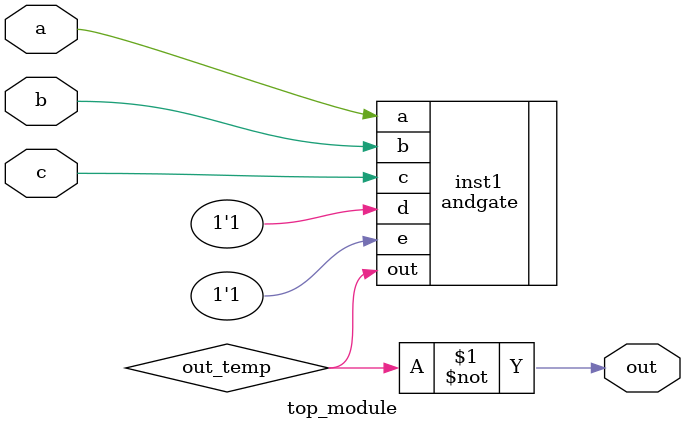
<source format=v>
module top_module (input a, input b, input c, output out);//
wire out_temp;

    andgate inst1 ( 
        .out(out_temp),
        .a(a),
        .b(b),
        .c(c),
        .d(1'b1),
        .e(1'b1)
    );
assign out = ~out_temp;

endmodule
</source>
